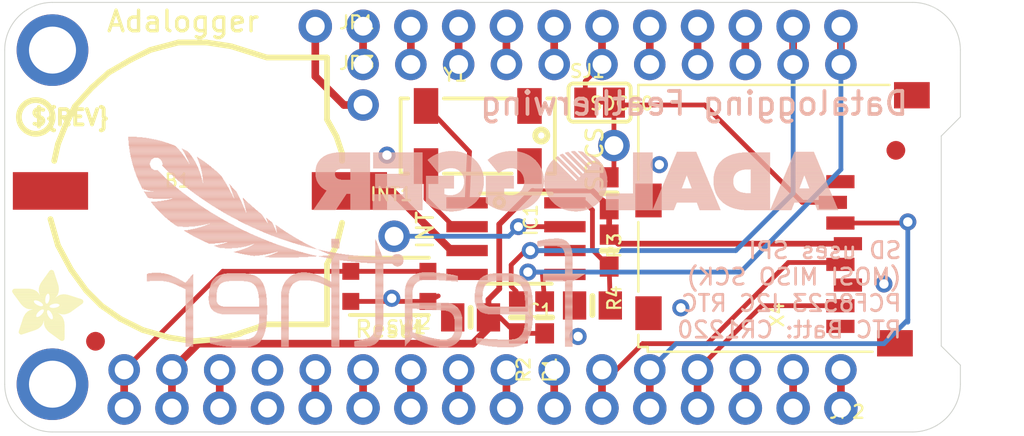
<source format=kicad_pcb>
(kicad_pcb (version 20241229) (generator "pcbnew") (generator_version "9.0")
  (layers (0 "F.Cu" signal) (2 "B.Cu" signal) (13 "F.Paste" user) (15 "B.Paste" user) (5 "F.SilkS" user "F.Silkscreen") (7 "B.SilkS" user "B.Silkscreen") (1 "F.Mask" user) (3 "B.Mask" user) (25 "Edge.Cuts" user))
  (net 0 "")
  (net 1 "G")
  (net 2 "TX")
  (net 3 "RX")
  (net 4 "F")
  (net 5 "E")
  (net 6 "D")
  (net 7 "C")
  (net 8 "B")
  (net 9 "A")
  (net 10 "AREF")
  (net 11 "USB")
  (net 12 "N")
  (net 13 "M")
  (net 14 "L")
  (net 15 "J")
  (net 16 "I")
  (net 17 "H")
  (net 18 "SCL")
  (net 19 "SDA")
  (net 20 "GND")
  (net 21 "MOSI")
  (net 22 "MISO")
  (net 23 "SCK")
  (net 24 "+3V3")
  (net 25 "SD_CS")
  (net 26 "RESET")
  (net 27 "N$7")
  (net 28 "N$8")
  (net 29 "VBAT")
  (net 30 "EN")
  (net 31 "CR1220")
  (net 32 "INT1")
  (net 33 "CS")
  (net 34 "N$1")
  (footprint "adalogger featherwing:1X01_ROUND" (layer "F.Cu") (at 142.1511 99.0346)
    (property "Reference" "JP3" (at -1.3462 -1.8288 0) (layer "F.SilkS") (effects (font (size 0.692831 0.692831) (thickness 0.119969)) (justify left bottom)))
    (property "Value" "")
    (pad "1" thru_hole circle (at 0 0 90) (size 1.6764 1.6764) (drill 1) (layers "*.Cu" "*.Mask") (net 29 "VBAT"))
  )
  (footprint "adalogger featherwing:BTN_KMR2_4.6X2.8" (layer "F.Cu") (at 143.5481 108.6866 180)
    (property "Reference" "SW1" (at -2.032 -1.778 0) (layer "F.SilkS") (effects (font (size 0.692831 0.692831) (thickness 0.119969)) (justify right top)))
    (property "Value" "KMR2")
    (pad "A" smd rect (at 2.05 -0.8 180) (size 0.9 0.9) (layers "F.Cu" "F.Mask" "F.Paste") (net 20 "GND"))
    (pad "A'" smd rect (at -2.05 -0.8 180) (size 0.9 0.9) (layers "F.Cu" "F.Mask" "F.Paste") (net 20 "GND"))
    (pad "B" smd rect (at 2.05 0.8 180) (size 0.9 0.9) (layers "F.Cu" "F.Mask" "F.Paste") (net 26 "RESET"))
    (pad "B'" smd rect (at -2.05 0.8 180) (size 0.9 0.9) (layers "F.Cu" "F.Mask" "F.Paste") (net 26 "RESET"))
  )
  (footprint "adalogger featherwing:1X01_ROUND" (layer "F.Cu") (at 155.4861 101.1936)
    (property "Reference" "SDCS0" (at -1.3462 -1.8288 0) (layer "F.SilkS") (effects (font (size 0.692831 0.692831) (thickness 0.119969)) (justify left bottom)))
    (property "Value" "")
    (pad "1" thru_hole circle (at 0 0 90) (size 1.6764 1.6764) (drill 1) (layers "*.Cu" "*.Mask") (net 25 "SD_CS"))
  )
  (footprint "adalogger featherwing:0603-NO" (layer "F.Cu") (at 155.2321 103.7336 -90)
    (property "Reference" "R3" (at 2.032 0.127 90) (layer "F.SilkS") (effects (font (size 0.692831 0.692831) (thickness 0.119969)) (justify right top)))
    (property "Value" "100K")
    (pad "1" smd rect (at -0.85 0 270) (size 1.075 1) (layers "F.Cu" "F.Mask" "F.Paste") (net 25 "SD_CS"))
    (pad "2" smd rect (at 0.85 0 270) (size 1.075 1) (layers "F.Cu" "F.Mask" "F.Paste") (net 24 "+3V3"))
  )
  (footprint "adalogger featherwing:CRYSTAL_8X3.8" (layer "F.Cu") (at 148.2471 100.6856)
    (property "Reference" "Y1" (at -1.9 -2.854 0) (layer "F.SilkS") (effects (font (size 0.692831 0.692831) (thickness 0.119969)) (justify left bottom)))
    (property "Value" "32khz")
    (pad "P$1" smd rect (at -2.75 1.6) (size 1.3 1.9) (layers "F.Cu" "F.Mask" "F.Paste") (net 28 "N$8"))
    (pad "P$2" smd rect (at 2.75 1.6) (size 1.3 1.9) (layers "F.Cu" "F.Mask" "F.Paste"))
    (pad "P$3" smd rect (at 2.75 -1.6) (size 1.3 1.9) (layers "F.Cu" "F.Mask" "F.Paste"))
    (pad "P$4" smd rect (at -2.75 -1.6) (size 1.3 1.9) (layers "F.Cu" "F.Mask" "F.Paste") (net 27 "N$7"))
  )
  (footprint "adalogger featherwing:0603-NO" (layer "F.Cu") (at 155.2321 106.7816 -90)
    (property "Reference" "R4" (at 1.778 0.127 90) (layer "F.SilkS") (effects (font (size 0.692831 0.692831) (thickness 0.119969)) (justify right top)))
    (property "Value" "1K")
    (pad "1" smd rect (at -0.85 0 270) (size 1.075 1) (layers "F.Cu" "F.Mask" "F.Paste") (net 24 "+3V3"))
    (pad "2" smd rect (at 0.85 0 270) (size 1.075 1) (layers "F.Cu" "F.Mask" "F.Paste") (net 34 "N$1"))
  )
  (footprint "adalogger featherwing:1X01_ROUND" (layer "F.Cu") (at 143.8021 106.0196)
    (property "Reference" "INT1" (at -1.3462 -1.8288 0) (layer "F.SilkS") (effects (font (size 0.692831 0.692831) (thickness 0.119969)) (justify left bottom)))
    (property "Value" "")
    (pad "1" thru_hole circle (at 0 0 90) (size 1.6764 1.6764) (drill 1) (layers "*.Cu" "*.Mask") (net 32 "INT1"))
  )
  (footprint "adalogger featherwing:FIDUCIAL_1MM" (layer "F.Cu") (at 127.9271 111.6076)
    (property "Reference" "FID2" (hide yes))
    (property "Value" "FIDUCIAL_1MM" (hide yes))
    (pad "1" smd roundrect (at 0 0) (size 1 1) (layers "F.Cu" "F.Mask") (roundrect_rratio 0.5))
  )
  (footprint "adalogger featherwing:0603-NO" (layer "F.Cu") (at 150.4061 110.3376 -90)
    (property "Reference" "R2" (at 2.032 0.127 90) (layer "F.SilkS") (effects (font (size 0.692831 0.692831) (thickness 0.119969)) (justify right top)))
    (property "Value" "10K")
    (pad "1" smd rect (at -0.85 0 270) (size 1.075 1) (layers "F.Cu" "F.Mask" "F.Paste") (net 18 "SCL"))
    (pad "2" smd rect (at 0.85 0 270) (size 1.075 1) (layers "F.Cu" "F.Mask" "F.Paste") (net 24 "+3V3"))
  )
  (footprint "adalogger featherwing:PCBFEAT-REV-040" (layer "F.Cu") (at 124.7521 99.6696)
    (property "Reference" "U$5" (hide yes))
    (property "Value" "" (hide yes))
    (fp_text user "${REV}" (at -0.3556 0.508 0) (layer "F.SilkS") (effects (font (size 0.8128 0.8128) (thickness 0.2032)) (justify left bottom)))
  )
  (footprint "adalogger featherwing:0805-NO" (layer "F.Cu") (at 147.8661 110.3376 180)
    (property "Reference" "C2" (at 2.032 0.127 0) (layer "F.SilkS") (effects (font (size 0.692831 0.692831) (thickness 0.119969)) (justify right top)))
    (property "Value" "10uF")
    (pad "1" smd rect (at -0.95 0 180) (size 1.24 1.5) (layers "F.Cu" "F.Mask" "F.Paste") (net 24 "+3V3"))
    (pad "2" smd rect (at 0.95 0 180) (size 1.24 1.5) (layers "F.Cu" "F.Mask" "F.Paste") (net 20 "GND"))
  )
  (footprint "adalogger featherwing:0805-NO" (layer "F.Cu") (at 154.3431 109.7026 180)
    (property "Reference" "C1" (at 2.032 0.127 0) (layer "F.SilkS") (effects (font (size 0.692831 0.692831) (thickness 0.119969)) (justify right top)))
    (property "Value" "10uF")
    (pad "1" smd rect (at -0.95 0 180) (size 1.24 1.5) (layers "F.Cu" "F.Mask" "F.Paste") (net 34 "N$1"))
    (pad "2" smd rect (at 0.95 0 180) (size 1.24 1.5) (layers "F.Cu" "F.Mask" "F.Paste") (net 20 "GND"))
  )
  (footprint "adalogger featherwing:1X11_ROUND" (layer "F.Cu") (at 154.8511 96.8756)
    (property "Reference" "JP1" (at -14.0462 -1.8288 0) (layer "F.SilkS") (effects (font (size 0.692831 0.692831) (thickness 0.119969)) (justify left bottom)))
    (property "Value" "")
    (pad "1" thru_hole circle (at -12.7 0 90) (size 1.6764 1.6764) (drill 1) (layers "*.Cu" "*.Mask") (net 30 "EN"))
    (pad "2" thru_hole circle (at -10.16 0 90) (size 1.6764 1.6764) (drill 1) (layers "*.Cu" "*.Mask") (net 11 "USB"))
    (pad "3" thru_hole circle (at -7.62 0 90) (size 1.6764 1.6764) (drill 1) (layers "*.Cu" "*.Mask") (net 12 "N"))
    (pad "4" thru_hole circle (at -5.08 0 90) (size 1.6764 1.6764) (drill 1) (layers "*.Cu" "*.Mask") (net 13 "M"))
    (pad "5" thru_hole circle (at -2.54 0 90) (size 1.6764 1.6764) (drill 1) (layers "*.Cu" "*.Mask") (net 14 "L"))
    (pad "6" thru_hole circle (at 0 0 90) (size 1.6764 1.6764) (drill 1) (layers "*.Cu" "*.Mask") (net 33 "CS"))
    (pad "7" thru_hole circle (at 2.54 0 90) (size 1.6764 1.6764) (drill 1) (layers "*.Cu" "*.Mask") (net 15 "J"))
    (pad "8" thru_hole circle (at 5.08 0 90) (size 1.6764 1.6764) (drill 1) (layers "*.Cu" "*.Mask") (net 16 "I"))
    (pad "9" thru_hole circle (at 7.62 0 90) (size 1.6764 1.6764) (drill 1) (layers "*.Cu" "*.Mask") (net 17 "H"))
    (pad "10" thru_hole circle (at 10.16 0 90) (size 1.6764 1.6764) (drill 1) (layers "*.Cu" "*.Mask") (net 18 "SCL"))
    (pad "11" thru_hole circle (at 12.7 0 90) (size 1.6764 1.6764) (drill 1) (layers "*.Cu" "*.Mask") (net 19 "SDA"))
  )
  (footprint "adalogger featherwing:CR1220-2" (layer "F.Cu") (at 133.1341 103.6066)
    (property "Reference" "B1" (at -1.602 -0.14 0) (layer "F.SilkS") (effects (font (size 0.692831 0.692831) (thickness 0.119969)) (justify left bottom)))
    (property "Value" "cr1220")
    (pad "" np_thru_hole circle (at -3.5 0) (size 1.5 1.5) (drill 1.5) (layers "*.Cu" "*.Mask"))
    (pad "" np_thru_hole circle (at 3.95 0) (size 1.5 1.5) (drill 1.5) (layers "*.Cu" "*.Mask"))
    (pad "+" smd rect (at 8.29 0) (size 4 2) (layers "F.Cu" "F.Mask" "F.Paste") (net 31 "CR1220"))
    (pad "-" smd rect (at -7.6 0) (size 4 2) (layers "F.Cu" "F.Mask" "F.Paste") (net 20 "GND"))
  )
  (footprint "adalogger featherwing:MICROSD" (layer "F.Cu") (at 156.8831 112.1156 90)
    (property "Reference" "X4" (at 1.18 7.69 90) (layer "F.SilkS") (effects (font (size 0.692831 0.692831) (thickness 0.119969)) (justify left bottom)))
    (property "Value" "microsd")
    (pad "1" smd rect (at 9 10.64 90) (size 0.7 1.5) (layers "F.Cu" "F.Mask" "F.Paste"))
    (pad "2" smd rect (at 7.9 10.24 90) (size 0.7 1.5) (layers "F.Cu" "F.Mask" "F.Paste") (net 25 "SD_CS"))
    (pad "3" smd rect (at 6.8 10.64 90) (size 0.7 1.5) (layers "F.Cu" "F.Mask" "F.Paste") (net 21 "MOSI"))
    (pad "4" smd rect (at 5.7 11.04 90) (size 0.7 1.5) (layers "F.Cu" "F.Mask" "F.Paste") (net 24 "+3V3"))
    (pad "5" smd rect (at 4.6 10.64 90) (size 0.7 1.5) (layers "F.Cu" "F.Mask" "F.Paste") (net 23 "SCK"))
    (pad "6" smd rect (at 3.5 11.04 90) (size 0.7 1.5) (layers "F.Cu" "F.Mask" "F.Paste") (net 20 "GND"))
    (pad "7" smd rect (at 2.4 10.64 90) (size 0.7 1.5) (layers "F.Cu" "F.Mask" "F.Paste") (net 22 "MISO"))
    (pad "8" smd rect (at 1.3 10.64 90) (size 0.7 1.5) (layers "F.Cu" "F.Mask" "F.Paste"))
    (pad "CD1" smd rect (at 2 0.44 180) (size 1.4 1.8) (layers "F.Cu" "F.Mask" "F.Paste"))
    (pad "CD2" smd rect (at 8 0.44 180) (size 1.4 1.8) (layers "F.Cu" "F.Mask" "F.Paste"))
    (pad "MT1" smd rect (at 0.4 13.54 90) (size 1.4 1.9) (layers "F.Cu" "F.Mask" "F.Paste") (net 20 "GND"))
    (pad "MT2" smd rect (at 13.6 14.44 90) (size 1.4 1.9) (layers "F.Cu" "F.Mask" "F.Paste") (net 20 "GND"))
  )
  (footprint "adalogger featherwing:SOIC8_150MIL" (layer "F.Cu") (at 150.2791 106.1466 -90)
    (property "Reference" "IC1" (at -1.905 -0.381 90) (layer "F.SilkS") (effects (font (size 0.692831 0.692831) (thickness 0.119969)) (justify right top)))
    (property "Value" "PCF8523T")
    (pad "1" smd rect (at -1.905 2.6 270) (size 0.6 2.2) (layers "F.Cu" "F.Mask" "F.Paste") (net 27 "N$7"))
    (pad "2" smd rect (at -0.635 2.6 270) (size 0.6 2.2) (layers "F.Cu" "F.Mask" "F.Paste") (net 28 "N$8"))
    (pad "3" smd rect (at 0.635 2.6 270) (size 0.6 2.2) (layers "F.Cu" "F.Mask" "F.Paste") (net 31 "CR1220"))
    (pad "4" smd rect (at 1.905 2.6 270) (size 0.6 2.2) (layers "F.Cu" "F.Mask" "F.Paste") (net 20 "GND"))
    (pad "5" smd rect (at 1.905 -2.6 270) (size 0.6 2.2) (layers "F.Cu" "F.Mask" "F.Paste") (net 19 "SDA"))
    (pad "6" smd rect (at 0.635 -2.6 270) (size 0.6 2.2) (layers "F.Cu" "F.Mask" "F.Paste") (net 18 "SCL"))
    (pad "7" smd rect (at -0.635 -2.6 270) (size 0.6 2.2) (layers "F.Cu" "F.Mask" "F.Paste") (net 32 "INT1"))
    (pad "8" smd rect (at -1.905 -2.6 270) (size 0.6 2.2) (layers "F.Cu" "F.Mask" "F.Paste") (net 34 "N$1"))
  )
  (footprint "adalogger featherwing:ADAFRUIT_3.5MM" (layer "F.Cu") (at 123.4821 111.6076)
    (property "Reference" "U$4" (hide yes))
    (property "Value" "" (hide yes))
  )
  (footprint "adalogger featherwing:1X16_ROUND" (layer "F.Cu") (at 148.5011 113.1316 180)
    (property "Reference" "JP2" (at -20.3962 -1.8288 0) (layer "F.SilkS") (effects (font (size 0.692831 0.692831) (thickness 0.119969)) (justify right top)))
    (property "Value" "")
    (pad "1" thru_hole circle (at -19.05 0 270) (size 1.6764 1.6764) (drill 1) (layers "*.Cu" "*.Mask") (net 1 "G"))
    (pad "2" thru_hole circle (at -16.51 0 270) (size 1.6764 1.6764) (drill 1) (layers "*.Cu" "*.Mask") (net 2 "TX"))
    (pad "3" thru_hole circle (at -13.97 0 270) (size 1.6764 1.6764) (drill 1) (layers "*.Cu" "*.Mask") (net 3 "RX"))
    (pad "4" thru_hole circle (at -11.43 0 270) (size 1.6764 1.6764) (drill 1) (layers "*.Cu" "*.Mask") (net 22 "MISO"))
    (pad "5" thru_hole circle (at -8.89 0 270) (size 1.6764 1.6764) (drill 1) (layers "*.Cu" "*.Mask") (net 21 "MOSI"))
    (pad "6" thru_hole circle (at -6.35 0 270) (size 1.6764 1.6764) (drill 1) (layers "*.Cu" "*.Mask") (net 23 "SCK"))
    (pad "7" thru_hole circle (at -3.81 0 270) (size 1.6764 1.6764) (drill 1) (layers "*.Cu" "*.Mask") (net 4 "F"))
    (pad "8" thru_hole circle (at -1.27 0 270) (size 1.6764 1.6764) (drill 1) (layers "*.Cu" "*.Mask") (net 5 "E"))
    (pad "9" thru_hole circle (at 1.27 0 270) (size 1.6764 1.6764) (drill 1) (layers "*.Cu" "*.Mask") (net 6 "D"))
    (pad "10" thru_hole circle (at 3.81 0 270) (size 1.6764 1.6764) (drill 1) (layers "*.Cu" "*.Mask") (net 7 "C"))
    (pad "11" thru_hole circle (at 6.35 0 270) (size 1.6764 1.6764) (drill 1) (layers "*.Cu" "*.Mask") (net 8 "B"))
    (pad "12" thru_hole circle (at 8.89 0 270) (size 1.6764 1.6764) (drill 1) (layers "*.Cu" "*.Mask") (net 9 "A"))
    (pad "13" thru_hole circle (at 11.43 0 270) (size 1.6764 1.6764) (drill 1) (layers "*.Cu" "*.Mask") (net 20 "GND"))
    (pad "14" thru_hole circle (at 13.97 0 270) (size 1.6764 1.6764) (drill 1) (layers "*.Cu" "*.Mask") (net 10 "AREF"))
    (pad "15" thru_hole circle (at 16.51 0 270) (size 1.6764 1.6764) (drill 1) (layers "*.Cu" "*.Mask") (net 24 "+3V3"))
    (pad "16" thru_hole circle (at 19.05 0 270) (size 1.6764 1.6764) (drill 1) (layers "*.Cu" "*.Mask") (net 26 "RESET"))
  )
  (footprint "adalogger featherwing:FEATHERWING_NODIM" (layer "F.Cu") (at 123.1011 116.4336)
    (property "Reference" "MS1" (hide yes))
    (property "Value" "FEATHERWING_NODIM" (hide yes))
    (pad "" np_thru_hole circle (at 48.26 -20.32) (size 2.54 2.54) (drill 2.54) (layers "*.Cu" "*.Mask"))
    (pad "" np_thru_hole circle (at 48.26 -2.54) (size 2.54 2.54) (drill 2.54) (layers "*.Cu" "*.Mask"))
    (pad "1" thru_hole circle (at 6.35 -1.27) (size 1.778 1.778) (drill 1) (layers "*.Cu" "*.Mask") (net 26 "RESET"))
    (pad "2" thru_hole circle (at 8.89 -1.27) (size 1.778 1.778) (drill 1) (layers "*.Cu" "*.Mask") (net 24 "+3V3"))
    (pad "3" thru_hole circle (at 11.43 -1.27) (size 1.778 1.778) (drill 1) (layers "*.Cu" "*.Mask") (net 10 "AREF"))
    (pad "4" thru_hole circle (at 13.97 -1.27) (size 1.778 1.778) (drill 1) (layers "*.Cu" "*.Mask") (net 20 "GND"))
    (pad "5" thru_hole circle (at 16.51 -1.27) (size 1.778 1.778) (drill 1) (layers "*.Cu" "*.Mask") (net 9 "A"))
    (pad "6" thru_hole circle (at 19.05 -1.27) (size 1.778 1.778) (drill 1) (layers "*.Cu" "*.Mask") (net 8 "B"))
    (pad "7" thru_hole circle (at 21.59 -1.27) (size 1.778 1.778) (drill 1) (layers "*.Cu" "*.Mask") (net 7 "C"))
    (pad "8" thru_hole circle (at 24.13 -1.27) (size 1.778 1.778) (drill 1) (layers "*.Cu" "*.Mask") (net 6 "D"))
    (pad "9" thru_hole circle (at 26.67 -1.27) (size 1.778 1.778) (drill 1) (layers "*.Cu" "*.Mask") (net 5 "E"))
    (pad "10" thru_hole circle (at 29.21 -1.27) (size 1.778 1.778) (drill 1) (layers "*.Cu" "*.Mask") (net 4 "F"))
    (pad "11" thru_hole circle (at 31.75 -1.27) (size 1.778 1.778) (drill 1) (layers "*.Cu" "*.Mask") (net 23 "SCK"))
    (pad "12" thru_hole circle (at 34.29 -1.27) (size 1.778 1.778) (drill 1) (layers "*.Cu" "*.Mask") (net 21 "MOSI"))
    (pad "13" thru_hole circle (at 36.83 -1.27) (size 1.778 1.778) (drill 1) (layers "*.Cu" "*.Mask") (net 22 "MISO"))
    (pad "14" thru_hole circle (at 39.37 -1.27) (size 1.778 1.778) (drill 1) (layers "*.Cu" "*.Mask") (net 3 "RX"))
    (pad "15" thru_hole circle (at 41.91 -1.27) (size 1.778 1.778) (drill 1) (layers "*.Cu" "*.Mask") (net 2 "TX"))
    (pad "16" thru_hole circle (at 44.45 -1.27) (size 1.778 1.778) (drill 1) (layers "*.Cu" "*.Mask") (net 1 "G"))
    (pad "17" thru_hole circle (at 44.45 -21.59) (size 1.778 1.778) (drill 1) (layers "*.Cu" "*.Mask") (net 19 "SDA"))
    (pad "18" thru_hole circle (at 41.91 -21.59) (size 1.778 1.778) (drill 1) (layers "*.Cu" "*.Mask") (net 18 "SCL"))
    (pad "19" thru_hole circle (at 39.37 -21.59) (size 1.778 1.778) (drill 1) (layers "*.Cu" "*.Mask") (net 17 "H"))
    (pad "20" thru_hole circle (at 36.83 -21.59) (size 1.778 1.778) (drill 1) (layers "*.Cu" "*.Mask") (net 16 "I"))
    (pad "21" thru_hole circle (at 34.29 -21.59) (size 1.778 1.778) (drill 1) (layers "*.Cu" "*.Mask") (net 15 "J"))
    (pad "22" thru_hole circle (at 31.75 -21.59) (size 1.778 1.778) (drill 1) (layers "*.Cu" "*.Mask") (net 33 "CS"))
    (pad "23" thru_hole circle (at 29.21 -21.59) (size 1.778 1.778) (drill 1) (layers "*.Cu" "*.Mask") (net 14 "L"))
    (pad "24" thru_hole circle (at 26.67 -21.59) (size 1.778 1.778) (drill 1) (layers "*.Cu" "*.Mask") (net 13 "M"))
    (pad "25" thru_hole circle (at 24.13 -21.59) (size 1.778 1.778) (drill 1) (layers "*.Cu" "*.Mask") (net 12 "N"))
    (pad "26" thru_hole circle (at 21.59 -21.59) (size 1.778 1.778) (drill 1) (layers "*.Cu" "*.Mask") (net 11 "USB"))
    (pad "27" thru_hole circle (at 19.05 -21.59) (size 1.778 1.778) (drill 1) (layers "*.Cu" "*.Mask") (net 30 "EN"))
    (pad "28" thru_hole circle (at 16.51 -21.59) (size 1.778 1.778) (drill 1) (layers "*.Cu" "*.Mask") (net 29 "VBAT"))
    (pad "P$1" thru_hole circle (at 2.54 -20.32) (size 3.81 3.81) (drill 2.5) (layers "*.Cu" "*.Mask"))
    (pad "P$2" thru_hole circle (at 2.54 -2.54) (size 3.81 3.81) (drill 2.5) (layers "*.Cu" "*.Mask"))
  )
  (footprint "adalogger featherwing:0603-NO" (layer "F.Cu") (at 151.8031 110.3376 -90)
    (property "Reference" "R1" (at 2.032 0.127 90) (layer "F.SilkS") (effects (font (size 0.692831 0.692831) (thickness 0.119969)) (justify right top)))
    (property "Value" "10K")
    (pad "1" smd rect (at -0.85 0 270) (size 1.075 1) (layers "F.Cu" "F.Mask" "F.Paste") (net 19 "SDA"))
    (pad "2" smd rect (at 0.85 0 270) (size 1.075 1) (layers "F.Cu" "F.Mask" "F.Paste") (net 24 "+3V3"))
  )
  (footprint "adalogger featherwing:FIDUCIAL_1MM" (layer "F.Cu") (at 170.4721 101.4476)
    (property "Reference" "FID1" (hide yes))
    (property "Value" "FIDUCIAL_1MM" (hide yes))
    (pad "1" smd roundrect (at 0 0) (size 1 1) (layers "F.Cu" "F.Mask") (roundrect_rratio 0.5))
  )
  (footprint "adalogger featherwing:SOLDERJUMPER_CLOSEDWIRE" (layer "F.Cu") (at 154.7241 98.9076)
    (property "Reference" "SJ1" (at -1.651 -1.27 0) (layer "F.SilkS") (effects (font (size 0.692831 0.692831) (thickness 0.119969)) (justify left bottom)))
    (property "Value" "")
    (pad "1" smd rect (at -0.762 0) (size 1.1684 1.6002) (layers "F.Cu" "F.Mask") (net 33 "CS"))
    (pad "2" smd rect (at 0.762 0) (size 1.1684 1.6002) (layers "F.Cu" "F.Mask") (net 25 "SD_CS"))
    (pad "WIRE" smd rect (at 0 0) (size 0.635 0.2032) (layers "F.Cu" "F.Mask"))
  )
  (footprint "adalogger featherwing:FEATHERLOGO" (layer "B.Cu") (at 153.9621 111.9886 180)
    (property "Reference" "U$2" (hide yes))
    (property "Value" "" (hide yes))
  )
  (footprint "adalogger featherwing:ADALOGGER_LOGO" (layer "B.Cu") (at 167.4241 104.7496 180)
    (property "Reference" "U$3" (hide yes))
    (property "Value" "" (hide yes))
  )
  (gr_line (start 172.8851 100.6856) (end 172.8851 111.8616) (stroke (width 0.05)) (layer "Edge.Cuts"))
  (gr_arc (start 125.6411 116.4336) (mid 123.845049 115.689651) (end 123.1011 113.8936) (stroke (width 0.05)) (layer "Edge.Cuts"))
  (gr_line (start 123.1011 113.8936) (end 123.1011 96.1136) (stroke (width 0.05)) (layer "Edge.Cuts"))
  (gr_arc (start 171.3611 93.5736) (mid 173.157151 94.317549) (end 173.9011 96.1136) (stroke (width 0.05)) (layer "Edge.Cuts"))
  (gr_arc (start 173.9011 113.8936) (mid 173.157151 115.689651) (end 171.3611 116.4336) (stroke (width 0.05)) (layer "Edge.Cuts"))
  (gr_line (start 173.9011 96.1136) (end 173.9011 99.6696) (stroke (width 0.05)) (layer "Edge.Cuts"))
  (gr_line (start 173.9011 112.8776) (end 173.9011 113.8936) (stroke (width 0.05)) (layer "Edge.Cuts"))
  (gr_line (start 171.3611 116.4336) (end 125.6411 116.4336) (stroke (width 0.05)) (layer "Edge.Cuts"))
  (gr_arc (start 123.1011 96.1136) (mid 123.845049 94.317549) (end 125.6411 93.5736) (stroke (width 0.05)) (layer "Edge.Cuts"))
  (gr_line (start 173.9011 99.6696) (end 172.8851 100.6856) (stroke (width 0.05)) (layer "Edge.Cuts"))
  (gr_line (start 172.8851 111.8616) (end 173.9011 112.8776) (stroke (width 0.05)) (layer "Edge.Cuts"))
  (gr_line (start 171.3611 93.5736) (end 125.6411 93.5736) (stroke (width 0.05)) (layer "Edge.Cuts"))
  (gr_text "Reset" (at 141.6431 111.4806 0) (layer "F.SilkS") (effects (font (size 0.87376 0.87376) (thickness 0.14224)) (justify left bottom)))
  (gr_text "INT" (at 145.9611 106.7816 90) (layer "F.SilkS") (effects (font (size 0.87376 0.87376) (thickness 0.14224)) (justify left bottom)))
  (gr_text "SDCS" (at 154.975662 103.714392 90) (layer "F.SilkS") (effects (font (size 0.87376 0.87376) (thickness 0.14224)) (justify left bottom)))
  (gr_text "Adalogger" (at 128.4351 95.2246 0) (layer "F.SilkS") (effects (font (size 1.0922 1.0922) (thickness 0.1778)) (justify left bottom)))
  (gr_text "SD uses SPI \n(MOSI MISO SCK)\nPCF8523 I2C RTC\nRTC Batt: CR1220" (at 170.8531 111.5046 -0) (layer "B.SilkS") (effects (font (size 0.87376 0.87376) (thickness 0.14224)) (justify left bottom mirror)))
  (gr_text "Datalogging Featherwing" (at 171.2341 99.6696 -0) (layer "B.SilkS") (effects (font (size 1.223264 1.223264) (thickness 0.199136)) (justify left bottom mirror)))
  (segment (start 167.5511 113.1316) (end 167.5511 115.1636) (width 0.4064) (layer "F.Cu") (net 1))
  (segment (start 165.0111 113.1316) (end 165.0111 115.1636) (width 0.4064) (layer "F.Cu") (net 2))
  (segment (start 162.4711 113.1316) (end 162.4711 115.1636) (width 0.4064) (layer "F.Cu") (net 3))
  (segment (start 152.3111 115.1636) (end 152.3111 113.1316) (width 0.4064) (layer "F.Cu") (net 4))
  (segment (start 149.7711 115.1636) (end 149.7711 113.1316) (width 0.4064) (layer "F.Cu") (net 5))
  (segment (start 147.2311 115.1636) (end 147.2311 113.1316) (width 0.4064) (layer "F.Cu") (net 6))
  (segment (start 144.6911 113.1316) (end 144.6911 115.1636) (width 0.4064) (layer "F.Cu") (net 7))
  (segment (start 142.1511 115.1636) (end 142.1511 113.1316) (width 0.4064) (layer "F.Cu") (net 8))
  (segment (start 139.6111 115.1636) (end 139.6111 113.1316) (width 0.4064) (layer "F.Cu") (net 9))
  (segment (start 134.5311 115.1636) (end 134.5311 113.1316) (width 0.4064) (layer "F.Cu") (net 10))
  (segment (start 144.6911 94.8436) (end 144.6911 96.8756) (width 0.4064) (layer "F.Cu") (net 11))
  (segment (start 147.2311 96.8756) (end 147.2311 94.8436) (width 0.4064) (layer "F.Cu") (net 12))
  (segment (start 149.7711 96.8756) (end 149.7711 94.8436) (width 0.4064) (layer "F.Cu") (net 13))
  (segment (start 152.3111 96.8756) (end 152.3111 94.8436) (width 0.4064) (layer "F.Cu") (net 14))
  (segment (start 157.3911 96.8756) (end 157.3911 94.8436) (width 0.4064) (layer "F.Cu") (net 15))
  (segment (start 159.9311 96.8756) (end 159.9311 94.8436) (width 0.4064) (layer "F.Cu") (net 16))
  (segment (start 162.4711 96.8756) (end 162.4711 94.8436) (width 0.4064) (layer "F.Cu") (net 17))
  (segment (start 150.2791 108.9406) (end 150.4061 109.4876) (width 0.254) (layer "F.Cu") (net 18))
  (segment (start 165.0111 96.8756) (end 165.0111 94.8436) (width 0.4064) (layer "F.Cu") (net 18))
  (segment (start 150.0251 107.5436) (end 150.7871 106.7816) (width 0.254) (layer "F.Cu") (net 18))
  (segment (start 150.0251 107.5436) (end 150.0251 108.6866) (width 0.254) (layer "F.Cu") (net 18))
  (segment (start 151.0411 106.7816) (end 152.8791 106.7816) (width 0.254) (layer "F.Cu") (net 18))
  (segment (start 150.0251 108.6866) (end 150.2791 108.9406) (width 0.254) (layer "F.Cu") (net 18))
  (segment (start 150.7871 106.7816) (end 151.0411 106.7816) (width 0.254) (layer "F.Cu") (net 18))
  (via (at 151.0411 106.7816) (size 0.9064) (drill 0.5) (layers "F.Cu" "B.Cu") (net 18))
  (segment (start 161.9631 106.7816) (end 165.0111 103.7336) (width 0.254) (layer "B.Cu") (net 18))
  (segment (start 161.9631 106.7816) (end 151.0411 106.7816) (width 0.254) (layer "B.Cu") (net 18))
  (segment (start 165.0111 103.7336) (end 165.0111 94.8436) (width 0.254) (layer "B.Cu") (net 18))
  (segment (start 151.6761 107.9246) (end 150.9141 107.9246) (width 0.254) (layer "F.Cu") (net 19))
  (segment (start 152.8791 107.9246) (end 151.6761 107.9246) (width 0.254) (layer "F.Cu") (net 19))
  (segment (start 151.8031 109.4876) (end 151.6761 107.9246) (width 0.254) (layer "F.Cu") (net 19))
  (segment (start 152.8791 108.2846) (end 152.8791 108.0516) (width 0.254) (layer "F.Cu") (net 19))
  (segment (start 167.5511 96.8756) (end 167.5511 94.8436) (width 0.4064) (layer "F.Cu") (net 19))
  (segment (start 152.8791 108.0516) (end 152.8791 107.9246) (width 0.254) (layer "F.Cu") (net 19))
  (via (at 150.9141 107.9246) (size 0.9064) (drill 0.5) (layers "F.Cu" "B.Cu") (net 19))
  (segment (start 167.5511 102.4636) (end 167.5511 94.8436) (width 0.254) (layer "B.Cu") (net 19))
  (segment (start 162.2171 107.9246) (end 167.5511 102.4636) (width 0.254) (layer "B.Cu") (net 19))
  (segment (start 150.9141 107.9246) (end 162.2171 107.9246) (width 0.254) (layer "B.Cu") (net 19))
  (segment (start 141.4981 109.4866) (end 145.5981 109.4866) (width 0.254) (layer "F.Cu") (net 20))
  (segment (start 145.5981 109.4866) (end 146.1441 109.1946) (width 0.254) (layer "F.Cu") (net 20))
  (via (at 169.8371 108.5596) (size 0.9064) (drill 0.5) (layers "F.Cu" "B.Cu") (net 20))
  (via (at 157.8991 102.2096) (size 0.9064) (drill 0.5) (layers "F.Cu" "B.Cu") (net 20))
  (via (at 143.4211 101.7016) (size 0.9064) (drill 0.5) (layers "F.Cu" "B.Cu") (net 20))
  (via (at 143.6751 109.3216) (size 0.9064) (drill 0.5) (layers "F.Cu" "B.Cu") (net 20))
  (via (at 153.5811 111.3536) (size 0.9064) (drill 0.5) (layers "F.Cu" "B.Cu") (net 20))
  (via (at 159.0421 109.8296) (size 0.9064) (drill 0.5) (layers "F.Cu" "B.Cu") (net 20))
  (segment (start 157.3911 113.1316) (end 157.3911 115.1636) (width 0.4064) (layer "F.Cu") (net 21))
  (segment (start 171.0491 105.3156) (end 167.5231 105.3156) (width 0.254) (layer "F.Cu") (net 21))
  (segment (start 171.1071 105.2576) (end 171.0491 105.3156) (width 0.254) (layer "F.Cu") (net 21))
  (via (at 171.1071 105.2576) (size 0.9064) (drill 0.5) (layers "F.Cu" "B.Cu") (net 21))
  (segment (start 169.8371 111.7346) (end 171.1071 110.4646) (width 0.254) (layer "B.Cu") (net 21))
  (segment (start 157.3911 113.1316) (end 158.7881 111.7346) (width 0.254) (layer "B.Cu") (net 21))
  (segment (start 158.7881 111.7346) (end 169.8371 111.7346) (width 0.254) (layer "B.Cu") (net 21))
  (segment (start 171.1071 110.5916) (end 171.1071 110.4646) (width 0.254) (layer "B.Cu") (net 21))
  (segment (start 171.1071 110.4646) (end 171.1071 105.2576) (width 0.254) (layer "B.Cu") (net 21))
  (segment (start 159.9311 113.1316) (end 163.3471 109.7156) (width 0.254) (layer "F.Cu") (net 22))
  (segment (start 163.3471 109.7156) (end 167.5231 109.7156) (width 0.254) (layer "F.Cu") (net 22))
  (segment (start 159.9311 113.1316) (end 159.9311 115.1636) (width 0.4064) (layer "F.Cu") (net 22))
  (segment (start 164.7571 107.4166) (end 167.4241 107.4166) (width 0.254) (layer "F.Cu") (net 23))
  (segment (start 154.8511 113.1316) (end 154.8511 115.1636) (width 0.4064) (layer "F.Cu") (net 23))
  (segment (start 155.6131 113.1316) (end 157.0101 111.7346) (width 0.254) (layer "F.Cu") (net 23))
  (segment (start 167.4241 107.4166) (end 167.5231 107.5156) (width 0.254) (layer "F.Cu") (net 23))
  (segment (start 160.4391 111.7346) (end 164.7571 107.4166) (width 0.254) (layer "F.Cu") (net 23))
  (segment (start 157.0101 111.7346) (end 160.4391 111.7346) (width 0.254) (layer "F.Cu") (net 23))
  (segment (start 154.8511 113.1316) (end 155.6131 113.1316) (width 0.254) (layer "F.Cu") (net 23))
  (segment (start 149.3901 105.3846) (end 151.1681 103.6066) (width 0.3048) (layer "F.Cu") (net 24))
  (segment (start 154.8901 104.1146) (end 155.2321 104.5836) (width 0.3048) (layer "F.Cu") (net 24))
  (segment (start 149.3901 108.5596) (end 149.3901 105.3846) (width 0.3048) (layer "F.Cu") (net 24))
  (segment (start 133.3881 111.7346) (end 147.9931 111.7346) (width 0.4064) (layer "F.Cu") (net 24))
  (segment (start 131.9911 113.1316) (end 131.9911 115.1636) (width 0.4064) (layer "F.Cu") (net 24))
  (segment (start 150.4061 111.1876) (end 151.8031 111.1876) (width 0.254) (layer "F.Cu") (net 24))
  (segment (start 151.1681 103.6066) (end 154.3431 103.6066) (width 0.254) (layer "F.Cu") (net 24))
  (segment (start 149.3901 108.8136) (end 149.3901 108.5596) (width 0.3048) (layer "F.Cu") (net 24))
  (segment (start 148.8161 110.9116) (end 148.8161 110.3376) (width 0.4064) (layer "F.Cu") (net 24))
  (segment (start 150.4061 111.1876) (end 149.9371 110.8456) (width 0.254) (layer "F.Cu") (net 24))
  (segment (start 155.2321 104.5836) (end 155.2321 105.9316) (width 0.3048) (layer "F.Cu") (net 24))
  (segment (start 154.3431 103.6066) (end 154.8511 104.1146) (width 0.3048) (layer "F.Cu") (net 24))
  (segment (start 131.9911 113.1316) (end 133.3881 111.7346) (width 0.4064) (layer "F.Cu") (net 24))
  (segment (start 149.9371 110.8456) (end 149.4291 110.3376) (width 0.254) (layer "F.Cu") (net 24))
  (segment (start 149.4291 110.3376) (end 148.8161 110.3376) (width 0.254) (layer "F.Cu") (net 24))
  (segment (start 147.9931 111.7346) (end 148.8161 110.9116) (width 0.4064) (layer "F.Cu") (net 24))
  (segment (start 154.8511 104.1146) (end 154.8901 104.1146) (width 0.254) (layer "F.Cu") (net 24))
  (segment (start 149.3901 108.8136) (end 148.8161 109.3876) (width 0.3048) (layer "F.Cu") (net 24))
  (segment (start 155.7161 106.4156) (end 167.9231 106.4156) (width 0.3048) (layer "F.Cu") (net 24))
  (segment (start 155.2321 105.9316) (end 155.7161 106.4156) (width 0.3048) (layer "F.Cu") (net 24))
  (segment (start 148.8161 109.3876) (end 148.8161 110.3376) (width 0.3048) (layer "F.Cu") (net 24))
  (segment (start 155.4861 101.1936) (end 155.4861 98.9076) (width 0.254) (layer "F.Cu") (net 25))
  (segment (start 160.3121 99.0346) (end 155.6131 99.0346) (width 0.254) (layer "F.Cu") (net 25))
  (segment (start 167.1231 104.2156) (end 165.4931 104.2156) (width 0.254) (layer "F.Cu") (net 25))
  (segment (start 155.4861 102.6296) (end 155.4861 101.1936) (width 0.254) (layer "F.Cu") (net 25))
  (segment (start 155.2321 102.8836) (end 155.4861 102.6296) (width 0.254) (layer "F.Cu") (net 25))
  (segment (start 165.4931 104.2156) (end 160.3121 99.0346) (width 0.254) (layer "F.Cu") (net 25))
  (segment (start 155.6131 99.0346) (end 155.4861 98.9076) (width 0.254) (layer "F.Cu") (net 25))
  (segment (start 141.4981 107.8866) (end 134.6961 107.8866) (width 0.254) (layer "F.Cu") (net 26))
  (segment (start 129.4511 113.1316) (end 129.4511 115.1636) (width 0.4064) (layer "F.Cu") (net 26))
  (segment (start 134.6961 107.8866) (end 129.4511 113.1316) (width 0.254) (layer "F.Cu") (net 26))
  (segment (start 141.4981 107.8866) (end 145.5981 107.8866) (width 0.254) (layer "F.Cu") (net 26))
  (segment (start 147.8061 101.5216) (end 147.6791 104.2416) (width 0.254) (layer "F.Cu") (net 27))
  (segment (start 145.4971 99.0856) (end 147.8061 101.5216) (width 0.254) (layer "F.Cu") (net 27))
  (segment (start 145.4971 104.0316) (end 146.8501 105.3846) (width 0.254) (layer "F.Cu") (net 28))
  (segment (start 146.8501 105.3846) (end 147.6791 105.5116) (width 0.254) (layer "F.Cu") (net 28))
  (segment (start 145.4971 102.2856) (end 145.4971 104.0316) (width 0.254) (layer "F.Cu") (net 28))
  (segment (start 141.1351 99.0346) (end 142.1511 99.0346) (width 0.4064) (layer "F.Cu") (net 29))
  (segment (start 139.6111 94.8436) (end 139.6111 97.5106) (width 0.4064) (layer "F.Cu") (net 29))
  (segment (start 139.6111 97.5106) (end 141.1351 99.0346) (width 0.4064) (layer "F.Cu") (net 29))
  (segment (start 142.1511 94.8436) (end 142.1511 96.8756) (width 0.4064) (layer "F.Cu") (net 30))
  (segment (start 141.4241 103.6066) (end 143.6751 103.6066) (width 0.4064) (layer "F.Cu") (net 31))
  (segment (start 146.8501 106.7816) (end 147.6791 106.7816) (width 0.4064) (layer "F.Cu") (net 31))
  (segment (start 143.6751 103.6066) (end 146.8501 106.7816) (width 0.4064) (layer "F.Cu") (net 31))
  (segment (start 152.8791 105.5116) (end 150.4061 105.5116) (width 0.254) (layer "F.Cu") (net 32))
  (via (at 150.4061 105.5116) (size 0.889) (drill 0.4826) (layers "F.Cu" "B.Cu") (net 32))
  (segment (start 150.4061 105.5116) (end 149.8981 106.0196) (width 0.254) (layer "B.Cu") (net 32))
  (segment (start 149.8981 106.0196) (end 143.8021 106.0196) (width 0.254) (layer "B.Cu") (net 32))
  (segment (start 153.9621 97.7646) (end 154.8511 96.8756) (width 0.254) (layer "F.Cu") (net 33))
  (segment (start 153.9621 98.9076) (end 153.9621 97.7646) (width 0.254) (layer "F.Cu") (net 33))
  (segment (start 154.8511 96.8756) (end 154.8511 94.8436) (width 0.4064) (layer "F.Cu") (net 33))
  (segment (start 155.2321 107.6316) (end 155.2931 109.7026) (width 0.254) (layer "F.Cu") (net 34))
  (segment (start 152.8791 104.2416) (end 153.9621 104.2416) (width 0.254) (layer "F.Cu") (net 34))
  (segment (start 154.3431 104.6226) (end 154.3431 106.7426) (width 0.254) (layer "F.Cu") (net 34))
  (segment (start 154.3431 106.7426) (end 155.2321 107.6316) (width 0.254) (layer "F.Cu") (net 34))
  (segment (start 153.9621 104.2416) (end 154.3431 104.6226) (width 0.254) (layer "F.Cu") (net 34))
)
</source>
